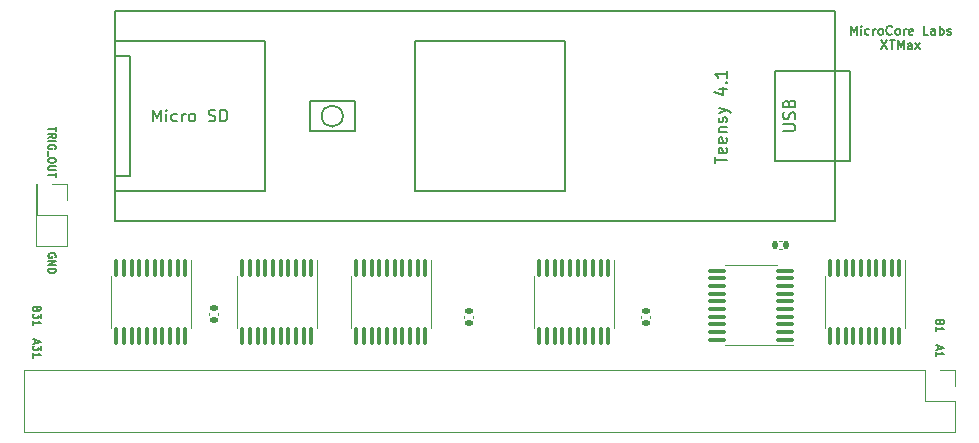
<source format=gto>
G04 #@! TF.GenerationSoftware,KiCad,Pcbnew,(6.0.5)*
G04 #@! TF.CreationDate,2024-08-24T22:28:27-07:00*
G04 #@! TF.ProjectId,XTMAX_PCB,58544d41-585f-4504-9342-2e6b69636164,rev?*
G04 #@! TF.SameCoordinates,Original*
G04 #@! TF.FileFunction,Legend,Top*
G04 #@! TF.FilePolarity,Positive*
%FSLAX46Y46*%
G04 Gerber Fmt 4.6, Leading zero omitted, Abs format (unit mm)*
G04 Created by KiCad (PCBNEW (6.0.5)) date 2024-08-24 22:28:27*
%MOMM*%
%LPD*%
G01*
G04 APERTURE LIST*
G04 Aperture macros list*
%AMRoundRect*
0 Rectangle with rounded corners*
0 $1 Rounding radius*
0 $2 $3 $4 $5 $6 $7 $8 $9 X,Y pos of 4 corners*
0 Add a 4 corners polygon primitive as box body*
4,1,4,$2,$3,$4,$5,$6,$7,$8,$9,$2,$3,0*
0 Add four circle primitives for the rounded corners*
1,1,$1+$1,$2,$3*
1,1,$1+$1,$4,$5*
1,1,$1+$1,$6,$7*
1,1,$1+$1,$8,$9*
0 Add four rect primitives between the rounded corners*
20,1,$1+$1,$2,$3,$4,$5,0*
20,1,$1+$1,$4,$5,$6,$7,0*
20,1,$1+$1,$6,$7,$8,$9,0*
20,1,$1+$1,$8,$9,$2,$3,0*%
G04 Aperture macros list end*
%ADD10C,0.127000*%
%ADD11C,0.150000*%
%ADD12C,0.120000*%
%ADD13C,0.010000*%
%ADD14R,1.700000X1.700000*%
%ADD15O,1.700000X1.700000*%
%ADD16RoundRect,0.100000X0.637500X0.100000X-0.637500X0.100000X-0.637500X-0.100000X0.637500X-0.100000X0*%
%ADD17RoundRect,0.140000X0.170000X-0.140000X0.170000X0.140000X-0.170000X0.140000X-0.170000X-0.140000X0*%
%ADD18RoundRect,0.100000X-0.100000X0.637500X-0.100000X-0.637500X0.100000X-0.637500X0.100000X0.637500X0*%
%ADD19R,1.780000X7.366000*%
%ADD20RoundRect,0.140000X-0.140000X-0.170000X0.140000X-0.170000X0.140000X0.170000X-0.140000X0.170000X0*%
%ADD21R,1.600000X1.600000*%
%ADD22C,1.600000*%
G04 APERTURE END LIST*
D10*
X166923357Y-94696642D02*
X166893119Y-94787357D01*
X166862880Y-94817595D01*
X166802404Y-94847833D01*
X166711690Y-94847833D01*
X166651214Y-94817595D01*
X166620976Y-94787357D01*
X166590738Y-94726880D01*
X166590738Y-94484976D01*
X167225738Y-94484976D01*
X167225738Y-94696642D01*
X167195500Y-94757119D01*
X167165261Y-94787357D01*
X167104785Y-94817595D01*
X167044309Y-94817595D01*
X166983833Y-94787357D01*
X166953595Y-94757119D01*
X166923357Y-94696642D01*
X166923357Y-94484976D01*
X166590738Y-95452595D02*
X166590738Y-95089738D01*
X166590738Y-95271166D02*
X167225738Y-95271166D01*
X167135023Y-95210690D01*
X167074547Y-95150214D01*
X167044309Y-95089738D01*
X166772166Y-96662119D02*
X166772166Y-96964500D01*
X166590738Y-96601642D02*
X167225738Y-96813309D01*
X166590738Y-97024976D01*
X166590738Y-97569261D02*
X166590738Y-97206404D01*
X166590738Y-97387833D02*
X167225738Y-97387833D01*
X167135023Y-97327357D01*
X167074547Y-97266880D01*
X167044309Y-97206404D01*
X90469357Y-93583880D02*
X90439119Y-93674595D01*
X90408880Y-93704833D01*
X90348404Y-93735071D01*
X90257690Y-93735071D01*
X90197214Y-93704833D01*
X90166976Y-93674595D01*
X90136738Y-93614119D01*
X90136738Y-93372214D01*
X90771738Y-93372214D01*
X90771738Y-93583880D01*
X90741500Y-93644357D01*
X90711261Y-93674595D01*
X90650785Y-93704833D01*
X90590309Y-93704833D01*
X90529833Y-93674595D01*
X90499595Y-93644357D01*
X90469357Y-93583880D01*
X90469357Y-93372214D01*
X90771738Y-93946738D02*
X90771738Y-94339833D01*
X90529833Y-94128166D01*
X90529833Y-94218880D01*
X90499595Y-94279357D01*
X90469357Y-94309595D01*
X90408880Y-94339833D01*
X90257690Y-94339833D01*
X90197214Y-94309595D01*
X90166976Y-94279357D01*
X90136738Y-94218880D01*
X90136738Y-94037452D01*
X90166976Y-93976976D01*
X90197214Y-93946738D01*
X90136738Y-94944595D02*
X90136738Y-94581738D01*
X90136738Y-94763166D02*
X90771738Y-94763166D01*
X90681023Y-94702690D01*
X90620547Y-94642214D01*
X90590309Y-94581738D01*
X90318166Y-96154119D02*
X90318166Y-96456500D01*
X90136738Y-96093642D02*
X90771738Y-96305309D01*
X90136738Y-96516976D01*
X90771738Y-96668166D02*
X90771738Y-97061261D01*
X90529833Y-96849595D01*
X90529833Y-96940309D01*
X90499595Y-97000785D01*
X90469357Y-97031023D01*
X90408880Y-97061261D01*
X90257690Y-97061261D01*
X90197214Y-97031023D01*
X90166976Y-97000785D01*
X90136738Y-96940309D01*
X90136738Y-96758880D01*
X90166976Y-96698404D01*
X90197214Y-96668166D01*
X90136738Y-97666023D02*
X90136738Y-97303166D01*
X90136738Y-97484595D02*
X90771738Y-97484595D01*
X90681023Y-97424119D01*
X90620547Y-97363642D01*
X90590309Y-97303166D01*
X92041738Y-78147333D02*
X92041738Y-78510190D01*
X91406738Y-78328761D02*
X92041738Y-78328761D01*
X91406738Y-79084714D02*
X91709119Y-78873047D01*
X91406738Y-78721857D02*
X92041738Y-78721857D01*
X92041738Y-78963761D01*
X92011500Y-79024238D01*
X91981261Y-79054476D01*
X91920785Y-79084714D01*
X91830071Y-79084714D01*
X91769595Y-79054476D01*
X91739357Y-79024238D01*
X91709119Y-78963761D01*
X91709119Y-78721857D01*
X91406738Y-79356857D02*
X92041738Y-79356857D01*
X92011500Y-79991857D02*
X92041738Y-79931380D01*
X92041738Y-79840666D01*
X92011500Y-79749952D01*
X91951023Y-79689476D01*
X91890547Y-79659238D01*
X91769595Y-79629000D01*
X91678880Y-79629000D01*
X91557928Y-79659238D01*
X91497452Y-79689476D01*
X91436976Y-79749952D01*
X91406738Y-79840666D01*
X91406738Y-79901142D01*
X91436976Y-79991857D01*
X91467214Y-80022095D01*
X91678880Y-80022095D01*
X91678880Y-79901142D01*
X91346261Y-80143047D02*
X91346261Y-80626857D01*
X92041738Y-80899000D02*
X92041738Y-81019952D01*
X92011500Y-81080428D01*
X91951023Y-81140904D01*
X91830071Y-81171142D01*
X91618404Y-81171142D01*
X91497452Y-81140904D01*
X91436976Y-81080428D01*
X91406738Y-81019952D01*
X91406738Y-80899000D01*
X91436976Y-80838523D01*
X91497452Y-80778047D01*
X91618404Y-80747809D01*
X91830071Y-80747809D01*
X91951023Y-80778047D01*
X92011500Y-80838523D01*
X92041738Y-80899000D01*
X92041738Y-81443285D02*
X91527690Y-81443285D01*
X91467214Y-81473523D01*
X91436976Y-81503761D01*
X91406738Y-81564238D01*
X91406738Y-81685190D01*
X91436976Y-81745666D01*
X91467214Y-81775904D01*
X91527690Y-81806142D01*
X92041738Y-81806142D01*
X92041738Y-82017809D02*
X92041738Y-82380666D01*
X91406738Y-82199238D02*
X92041738Y-82199238D01*
X92011500Y-89178190D02*
X92041738Y-89117714D01*
X92041738Y-89027000D01*
X92011500Y-88936285D01*
X91951023Y-88875809D01*
X91890547Y-88845571D01*
X91769595Y-88815333D01*
X91678880Y-88815333D01*
X91557928Y-88845571D01*
X91497452Y-88875809D01*
X91436976Y-88936285D01*
X91406738Y-89027000D01*
X91406738Y-89087476D01*
X91436976Y-89178190D01*
X91467214Y-89208428D01*
X91678880Y-89208428D01*
X91678880Y-89087476D01*
X91406738Y-89480571D02*
X92041738Y-89480571D01*
X91406738Y-89843428D01*
X92041738Y-89843428D01*
X91406738Y-90145809D02*
X92041738Y-90145809D01*
X92041738Y-90297000D01*
X92011500Y-90387714D01*
X91951023Y-90448190D01*
X91890547Y-90478428D01*
X91769595Y-90508666D01*
X91678880Y-90508666D01*
X91557928Y-90478428D01*
X91497452Y-90448190D01*
X91436976Y-90387714D01*
X91406738Y-90297000D01*
X91406738Y-90145809D01*
D11*
X159348714Y-70343304D02*
X159348714Y-69581304D01*
X159602714Y-70125590D01*
X159856714Y-69581304D01*
X159856714Y-70343304D01*
X160219571Y-70343304D02*
X160219571Y-69835304D01*
X160219571Y-69581304D02*
X160183285Y-69617590D01*
X160219571Y-69653875D01*
X160255857Y-69617590D01*
X160219571Y-69581304D01*
X160219571Y-69653875D01*
X160909000Y-70307018D02*
X160836428Y-70343304D01*
X160691285Y-70343304D01*
X160618714Y-70307018D01*
X160582428Y-70270732D01*
X160546142Y-70198161D01*
X160546142Y-69980447D01*
X160582428Y-69907875D01*
X160618714Y-69871590D01*
X160691285Y-69835304D01*
X160836428Y-69835304D01*
X160909000Y-69871590D01*
X161235571Y-70343304D02*
X161235571Y-69835304D01*
X161235571Y-69980447D02*
X161271857Y-69907875D01*
X161308142Y-69871590D01*
X161380714Y-69835304D01*
X161453285Y-69835304D01*
X161816142Y-70343304D02*
X161743571Y-70307018D01*
X161707285Y-70270732D01*
X161671000Y-70198161D01*
X161671000Y-69980447D01*
X161707285Y-69907875D01*
X161743571Y-69871590D01*
X161816142Y-69835304D01*
X161925000Y-69835304D01*
X161997571Y-69871590D01*
X162033857Y-69907875D01*
X162070142Y-69980447D01*
X162070142Y-70198161D01*
X162033857Y-70270732D01*
X161997571Y-70307018D01*
X161925000Y-70343304D01*
X161816142Y-70343304D01*
X162832142Y-70270732D02*
X162795857Y-70307018D01*
X162687000Y-70343304D01*
X162614428Y-70343304D01*
X162505571Y-70307018D01*
X162433000Y-70234447D01*
X162396714Y-70161875D01*
X162360428Y-70016732D01*
X162360428Y-69907875D01*
X162396714Y-69762732D01*
X162433000Y-69690161D01*
X162505571Y-69617590D01*
X162614428Y-69581304D01*
X162687000Y-69581304D01*
X162795857Y-69617590D01*
X162832142Y-69653875D01*
X163267571Y-70343304D02*
X163195000Y-70307018D01*
X163158714Y-70270732D01*
X163122428Y-70198161D01*
X163122428Y-69980447D01*
X163158714Y-69907875D01*
X163195000Y-69871590D01*
X163267571Y-69835304D01*
X163376428Y-69835304D01*
X163449000Y-69871590D01*
X163485285Y-69907875D01*
X163521571Y-69980447D01*
X163521571Y-70198161D01*
X163485285Y-70270732D01*
X163449000Y-70307018D01*
X163376428Y-70343304D01*
X163267571Y-70343304D01*
X163848142Y-70343304D02*
X163848142Y-69835304D01*
X163848142Y-69980447D02*
X163884428Y-69907875D01*
X163920714Y-69871590D01*
X163993285Y-69835304D01*
X164065857Y-69835304D01*
X164610142Y-70307018D02*
X164537571Y-70343304D01*
X164392428Y-70343304D01*
X164319857Y-70307018D01*
X164283571Y-70234447D01*
X164283571Y-69944161D01*
X164319857Y-69871590D01*
X164392428Y-69835304D01*
X164537571Y-69835304D01*
X164610142Y-69871590D01*
X164646428Y-69944161D01*
X164646428Y-70016732D01*
X164283571Y-70089304D01*
X165916428Y-70343304D02*
X165553571Y-70343304D01*
X165553571Y-69581304D01*
X166497000Y-70343304D02*
X166497000Y-69944161D01*
X166460714Y-69871590D01*
X166388142Y-69835304D01*
X166243000Y-69835304D01*
X166170428Y-69871590D01*
X166497000Y-70307018D02*
X166424428Y-70343304D01*
X166243000Y-70343304D01*
X166170428Y-70307018D01*
X166134142Y-70234447D01*
X166134142Y-70161875D01*
X166170428Y-70089304D01*
X166243000Y-70053018D01*
X166424428Y-70053018D01*
X166497000Y-70016732D01*
X166859857Y-70343304D02*
X166859857Y-69581304D01*
X166859857Y-69871590D02*
X166932428Y-69835304D01*
X167077571Y-69835304D01*
X167150142Y-69871590D01*
X167186428Y-69907875D01*
X167222714Y-69980447D01*
X167222714Y-70198161D01*
X167186428Y-70270732D01*
X167150142Y-70307018D01*
X167077571Y-70343304D01*
X166932428Y-70343304D01*
X166859857Y-70307018D01*
X167513000Y-70307018D02*
X167585571Y-70343304D01*
X167730714Y-70343304D01*
X167803285Y-70307018D01*
X167839571Y-70234447D01*
X167839571Y-70198161D01*
X167803285Y-70125590D01*
X167730714Y-70089304D01*
X167621857Y-70089304D01*
X167549285Y-70053018D01*
X167513000Y-69980447D01*
X167513000Y-69944161D01*
X167549285Y-69871590D01*
X167621857Y-69835304D01*
X167730714Y-69835304D01*
X167803285Y-69871590D01*
X161943142Y-70808124D02*
X162451142Y-71570124D01*
X162451142Y-70808124D02*
X161943142Y-71570124D01*
X162632571Y-70808124D02*
X163068000Y-70808124D01*
X162850285Y-71570124D02*
X162850285Y-70808124D01*
X163322000Y-71570124D02*
X163322000Y-70808124D01*
X163576000Y-71352410D01*
X163830000Y-70808124D01*
X163830000Y-71570124D01*
X164519428Y-71570124D02*
X164519428Y-71170981D01*
X164483142Y-71098410D01*
X164410571Y-71062124D01*
X164265428Y-71062124D01*
X164192857Y-71098410D01*
X164519428Y-71533838D02*
X164446857Y-71570124D01*
X164265428Y-71570124D01*
X164192857Y-71533838D01*
X164156571Y-71461267D01*
X164156571Y-71388695D01*
X164192857Y-71316124D01*
X164265428Y-71279838D01*
X164446857Y-71279838D01*
X164519428Y-71243552D01*
X164809714Y-71570124D02*
X165208857Y-71062124D01*
X164809714Y-71062124D02*
X165208857Y-71570124D01*
X153630380Y-78477904D02*
X154439904Y-78477904D01*
X154535142Y-78430285D01*
X154582761Y-78382666D01*
X154630380Y-78287428D01*
X154630380Y-78096952D01*
X154582761Y-78001714D01*
X154535142Y-77954095D01*
X154439904Y-77906476D01*
X153630380Y-77906476D01*
X154582761Y-77477904D02*
X154630380Y-77335047D01*
X154630380Y-77096952D01*
X154582761Y-77001714D01*
X154535142Y-76954095D01*
X154439904Y-76906476D01*
X154344666Y-76906476D01*
X154249428Y-76954095D01*
X154201809Y-77001714D01*
X154154190Y-77096952D01*
X154106571Y-77287428D01*
X154058952Y-77382666D01*
X154011333Y-77430285D01*
X153916095Y-77477904D01*
X153820857Y-77477904D01*
X153725619Y-77430285D01*
X153678000Y-77382666D01*
X153630380Y-77287428D01*
X153630380Y-77049333D01*
X153678000Y-76906476D01*
X154106571Y-76144571D02*
X154154190Y-76001714D01*
X154201809Y-75954095D01*
X154297047Y-75906476D01*
X154439904Y-75906476D01*
X154535142Y-75954095D01*
X154582761Y-76001714D01*
X154630380Y-76096952D01*
X154630380Y-76477904D01*
X153630380Y-76477904D01*
X153630380Y-76144571D01*
X153678000Y-76049333D01*
X153725619Y-76001714D01*
X153820857Y-75954095D01*
X153916095Y-75954095D01*
X154011333Y-76001714D01*
X154058952Y-76049333D01*
X154106571Y-76144571D01*
X154106571Y-76477904D01*
X100258952Y-77668380D02*
X100258952Y-76668380D01*
X100592285Y-77382666D01*
X100925619Y-76668380D01*
X100925619Y-77668380D01*
X101401809Y-77668380D02*
X101401809Y-77001714D01*
X101401809Y-76668380D02*
X101354190Y-76716000D01*
X101401809Y-76763619D01*
X101449428Y-76716000D01*
X101401809Y-76668380D01*
X101401809Y-76763619D01*
X102306571Y-77620761D02*
X102211333Y-77668380D01*
X102020857Y-77668380D01*
X101925619Y-77620761D01*
X101878000Y-77573142D01*
X101830380Y-77477904D01*
X101830380Y-77192190D01*
X101878000Y-77096952D01*
X101925619Y-77049333D01*
X102020857Y-77001714D01*
X102211333Y-77001714D01*
X102306571Y-77049333D01*
X102735142Y-77668380D02*
X102735142Y-77001714D01*
X102735142Y-77192190D02*
X102782761Y-77096952D01*
X102830380Y-77049333D01*
X102925619Y-77001714D01*
X103020857Y-77001714D01*
X103497047Y-77668380D02*
X103401809Y-77620761D01*
X103354190Y-77573142D01*
X103306571Y-77477904D01*
X103306571Y-77192190D01*
X103354190Y-77096952D01*
X103401809Y-77049333D01*
X103497047Y-77001714D01*
X103639904Y-77001714D01*
X103735142Y-77049333D01*
X103782761Y-77096952D01*
X103830380Y-77192190D01*
X103830380Y-77477904D01*
X103782761Y-77573142D01*
X103735142Y-77620761D01*
X103639904Y-77668380D01*
X103497047Y-77668380D01*
X104973238Y-77620761D02*
X105116095Y-77668380D01*
X105354190Y-77668380D01*
X105449428Y-77620761D01*
X105497047Y-77573142D01*
X105544666Y-77477904D01*
X105544666Y-77382666D01*
X105497047Y-77287428D01*
X105449428Y-77239809D01*
X105354190Y-77192190D01*
X105163714Y-77144571D01*
X105068476Y-77096952D01*
X105020857Y-77049333D01*
X104973238Y-76954095D01*
X104973238Y-76858857D01*
X105020857Y-76763619D01*
X105068476Y-76716000D01*
X105163714Y-76668380D01*
X105401809Y-76668380D01*
X105544666Y-76716000D01*
X105973238Y-77668380D02*
X105973238Y-76668380D01*
X106211333Y-76668380D01*
X106354190Y-76716000D01*
X106449428Y-76811238D01*
X106497047Y-76906476D01*
X106544666Y-77096952D01*
X106544666Y-77239809D01*
X106497047Y-77430285D01*
X106449428Y-77525523D01*
X106354190Y-77620761D01*
X106211333Y-77668380D01*
X105973238Y-77668380D01*
X147839180Y-81219180D02*
X147839180Y-80647752D01*
X148839180Y-80933466D02*
X147839180Y-80933466D01*
X148791561Y-79933466D02*
X148839180Y-80028704D01*
X148839180Y-80219180D01*
X148791561Y-80314419D01*
X148696323Y-80362038D01*
X148315371Y-80362038D01*
X148220133Y-80314419D01*
X148172514Y-80219180D01*
X148172514Y-80028704D01*
X148220133Y-79933466D01*
X148315371Y-79885847D01*
X148410609Y-79885847D01*
X148505847Y-80362038D01*
X148791561Y-79076323D02*
X148839180Y-79171561D01*
X148839180Y-79362038D01*
X148791561Y-79457276D01*
X148696323Y-79504895D01*
X148315371Y-79504895D01*
X148220133Y-79457276D01*
X148172514Y-79362038D01*
X148172514Y-79171561D01*
X148220133Y-79076323D01*
X148315371Y-79028704D01*
X148410609Y-79028704D01*
X148505847Y-79504895D01*
X148172514Y-78600133D02*
X148839180Y-78600133D01*
X148267752Y-78600133D02*
X148220133Y-78552514D01*
X148172514Y-78457276D01*
X148172514Y-78314419D01*
X148220133Y-78219180D01*
X148315371Y-78171561D01*
X148839180Y-78171561D01*
X148791561Y-77742990D02*
X148839180Y-77647752D01*
X148839180Y-77457276D01*
X148791561Y-77362038D01*
X148696323Y-77314419D01*
X148648704Y-77314419D01*
X148553466Y-77362038D01*
X148505847Y-77457276D01*
X148505847Y-77600133D01*
X148458228Y-77695371D01*
X148362990Y-77742990D01*
X148315371Y-77742990D01*
X148220133Y-77695371D01*
X148172514Y-77600133D01*
X148172514Y-77457276D01*
X148220133Y-77362038D01*
X148172514Y-76981085D02*
X148839180Y-76742990D01*
X148172514Y-76504895D02*
X148839180Y-76742990D01*
X149077276Y-76838228D01*
X149124895Y-76885847D01*
X149172514Y-76981085D01*
X148172514Y-74933466D02*
X148839180Y-74933466D01*
X147791561Y-75171561D02*
X148505847Y-75409657D01*
X148505847Y-74790609D01*
X148743942Y-74409657D02*
X148791561Y-74362038D01*
X148839180Y-74409657D01*
X148791561Y-74457276D01*
X148743942Y-74409657D01*
X148839180Y-74409657D01*
X148839180Y-73409657D02*
X148839180Y-73981085D01*
X148839180Y-73695371D02*
X147839180Y-73695371D01*
X147982038Y-73790609D01*
X148077276Y-73885847D01*
X148124895Y-73981085D01*
D12*
X93024000Y-88198000D02*
X90364000Y-88198000D01*
X90364000Y-82998000D02*
X90364000Y-88198000D01*
X90424000Y-82998000D02*
X90364000Y-82998000D01*
X90424000Y-85598000D02*
X93024000Y-85598000D01*
X91694000Y-82998000D02*
X93024000Y-82998000D01*
X90424000Y-82998000D02*
X90424000Y-85598000D01*
X93024000Y-85598000D02*
X93024000Y-88198000D01*
X93024000Y-82998000D02*
X93024000Y-84328000D01*
X166878000Y-98740996D02*
X168208000Y-98740996D01*
X165608000Y-98740996D02*
X165608000Y-101340996D01*
X168208000Y-103940996D02*
X89348000Y-103940996D01*
X165608000Y-101340996D02*
X168208000Y-101340996D01*
X89348000Y-98740996D02*
X89348000Y-103940996D01*
X165608000Y-98740996D02*
X89348000Y-98740996D01*
X168208000Y-101340996D02*
X168208000Y-103940996D01*
X168208000Y-98740996D02*
X168208000Y-100070996D01*
X150876000Y-96603000D02*
X154476000Y-96603000D01*
X150876000Y-89833000D02*
X148676000Y-89833000D01*
X150876000Y-89833000D02*
X153076000Y-89833000D01*
X150876000Y-96603000D02*
X148676000Y-96603000D01*
X142346000Y-94341836D02*
X142346000Y-94126164D01*
X141626000Y-94341836D02*
X141626000Y-94126164D01*
X157143000Y-92964000D02*
X157143000Y-95164000D01*
X163913000Y-92964000D02*
X163913000Y-89364000D01*
X157143000Y-92964000D02*
X157143000Y-90764000D01*
X163913000Y-92964000D02*
X163913000Y-95164000D01*
X96691000Y-92964000D02*
X96691000Y-90764000D01*
X96691000Y-92964000D02*
X96691000Y-95164000D01*
X103461000Y-92964000D02*
X103461000Y-95164000D01*
X103461000Y-92964000D02*
X103461000Y-89364000D01*
X117011000Y-92964000D02*
X117011000Y-95164000D01*
X117011000Y-92964000D02*
X117011000Y-90764000D01*
X123781000Y-92964000D02*
X123781000Y-95164000D01*
X123781000Y-92964000D02*
X123781000Y-89364000D01*
X153308164Y-88498000D02*
X153523836Y-88498000D01*
X153308164Y-87778000D02*
X153523836Y-87778000D01*
X127360000Y-94341836D02*
X127360000Y-94126164D01*
X126640000Y-94341836D02*
X126640000Y-94126164D01*
X105050000Y-94087836D02*
X105050000Y-93872164D01*
X105770000Y-94087836D02*
X105770000Y-93872164D01*
D11*
X97028000Y-83566000D02*
X109728000Y-83566000D01*
X109728000Y-70866000D02*
X97028000Y-70866000D01*
X152908000Y-73406000D02*
X157988000Y-73406000D01*
X113538000Y-78486000D02*
X113538000Y-75946000D01*
X159258000Y-81026000D02*
X157988000Y-81026000D01*
X117348000Y-78486000D02*
X113538000Y-78486000D01*
X152908000Y-81026000D02*
X157988000Y-81026000D01*
X157988000Y-68326000D02*
X157988000Y-86106000D01*
X97028000Y-86106000D02*
X97028000Y-68326000D01*
X117348000Y-75946000D02*
X117348000Y-78486000D01*
X157988000Y-86106000D02*
X97028000Y-86106000D01*
X159258000Y-73406000D02*
X159258000Y-81026000D01*
X97028000Y-82296000D02*
X98298000Y-82296000D01*
X152908000Y-73406000D02*
X152908000Y-81026000D01*
X98298000Y-72136000D02*
X97028000Y-72136000D01*
X109728000Y-83566000D02*
X109728000Y-70866000D01*
X113538000Y-75946000D02*
X117348000Y-75946000D01*
X135128000Y-83566000D02*
X135128000Y-70866000D01*
X135128000Y-70866000D02*
X122428000Y-70866000D01*
X97028000Y-68326000D02*
X157988000Y-68326000D01*
X122428000Y-83566000D02*
X135128000Y-83566000D01*
X98298000Y-82296000D02*
X98298000Y-72136000D01*
X157988000Y-73406000D02*
X159258000Y-73406000D01*
X122428000Y-70866000D02*
X122428000Y-83566000D01*
X116341026Y-77216000D02*
G75*
G03*
X116341026Y-77216000I-898026J0D01*
G01*
D12*
X107359000Y-92964000D02*
X107359000Y-95164000D01*
X114129000Y-92964000D02*
X114129000Y-95164000D01*
X114129000Y-92964000D02*
X114129000Y-89364000D01*
X107359000Y-92964000D02*
X107359000Y-90764000D01*
X132505000Y-92964000D02*
X132505000Y-90764000D01*
X139275000Y-92964000D02*
X139275000Y-89364000D01*
X132505000Y-92964000D02*
X132505000Y-95164000D01*
X139275000Y-92964000D02*
X139275000Y-95164000D01*
%LPC*%
X88265000Y-113284000D02*
X88265000Y-105664000D01*
G36*
X169291000Y-113284000D02*
G01*
X88265000Y-113284000D01*
X88265000Y-105664000D01*
X169291000Y-105664000D01*
X169291000Y-113284000D01*
G37*
D13*
X169291000Y-113284000D02*
X88265000Y-113284000D01*
X88265000Y-105664000D01*
X169291000Y-105664000D01*
X169291000Y-113284000D01*
D14*
X91694000Y-84328000D03*
D15*
X91694000Y-86868000D03*
D14*
X166878000Y-100070996D03*
D15*
X166878000Y-102610996D03*
X164338000Y-100070996D03*
X164338000Y-102610996D03*
X161798000Y-100070996D03*
X161798000Y-102610996D03*
X159258000Y-100070996D03*
X159258000Y-102610996D03*
X156718000Y-100070996D03*
X156718000Y-102610996D03*
X154178000Y-100070996D03*
X154178000Y-102610996D03*
X151638000Y-100070996D03*
X151638000Y-102610996D03*
X149098000Y-100070996D03*
X149098000Y-102610996D03*
X146558000Y-100070996D03*
X146558000Y-102610996D03*
X144018000Y-100070996D03*
X144018000Y-102610996D03*
X141478000Y-100070996D03*
X141478000Y-102610996D03*
X138938000Y-100070996D03*
X138938000Y-102610996D03*
X136398000Y-100070996D03*
X136398000Y-102610996D03*
X133858000Y-100070996D03*
X133858000Y-102610996D03*
X131318000Y-100070996D03*
X131318000Y-102610996D03*
X128778000Y-100070996D03*
X128778000Y-102610996D03*
X126238000Y-100070996D03*
X126238000Y-102610996D03*
X123698000Y-100070996D03*
X123698000Y-102610996D03*
X121158000Y-100070996D03*
X121158000Y-102610996D03*
X118618000Y-100070996D03*
X118618000Y-102610996D03*
X116078000Y-100070996D03*
X116078000Y-102610996D03*
X113538000Y-100070996D03*
X113538000Y-102610996D03*
X110998000Y-100070996D03*
X110998000Y-102610996D03*
X108458000Y-100070996D03*
X108458000Y-102610996D03*
X105918000Y-100070996D03*
X105918000Y-102610996D03*
X103378000Y-100070996D03*
X103378000Y-102610996D03*
X100838000Y-100070996D03*
X100838000Y-102610996D03*
X98298000Y-100070996D03*
X98298000Y-102610996D03*
X95758000Y-100070996D03*
X95758000Y-102610996D03*
X93218000Y-100070996D03*
X93218000Y-102610996D03*
X90678000Y-100070996D03*
X90678000Y-102610996D03*
D16*
X153738500Y-96143000D03*
X153738500Y-95493000D03*
X153738500Y-94843000D03*
X153738500Y-94193000D03*
X153738500Y-93543000D03*
X153738500Y-92893000D03*
X153738500Y-92243000D03*
X153738500Y-91593000D03*
X153738500Y-90943000D03*
X153738500Y-90293000D03*
X148013500Y-90293000D03*
X148013500Y-90943000D03*
X148013500Y-91593000D03*
X148013500Y-92243000D03*
X148013500Y-92893000D03*
X148013500Y-93543000D03*
X148013500Y-94193000D03*
X148013500Y-94843000D03*
X148013500Y-95493000D03*
X148013500Y-96143000D03*
D17*
X141986000Y-94714000D03*
X141986000Y-93754000D03*
D18*
X163453000Y-90101500D03*
X162803000Y-90101500D03*
X162153000Y-90101500D03*
X161503000Y-90101500D03*
X160853000Y-90101500D03*
X160203000Y-90101500D03*
X159553000Y-90101500D03*
X158903000Y-90101500D03*
X158253000Y-90101500D03*
X157603000Y-90101500D03*
X157603000Y-95826500D03*
X158253000Y-95826500D03*
X158903000Y-95826500D03*
X159553000Y-95826500D03*
X160203000Y-95826500D03*
X160853000Y-95826500D03*
X161503000Y-95826500D03*
X162153000Y-95826500D03*
X162803000Y-95826500D03*
X163453000Y-95826500D03*
X103001000Y-90101500D03*
X102351000Y-90101500D03*
X101701000Y-90101500D03*
X101051000Y-90101500D03*
X100401000Y-90101500D03*
X99751000Y-90101500D03*
X99101000Y-90101500D03*
X98451000Y-90101500D03*
X97801000Y-90101500D03*
X97151000Y-90101500D03*
X97151000Y-95826500D03*
X97801000Y-95826500D03*
X98451000Y-95826500D03*
X99101000Y-95826500D03*
X99751000Y-95826500D03*
X100401000Y-95826500D03*
X101051000Y-95826500D03*
X101701000Y-95826500D03*
X102351000Y-95826500D03*
X103001000Y-95826500D03*
X123321000Y-90101500D03*
X122671000Y-90101500D03*
X122021000Y-90101500D03*
X121371000Y-90101500D03*
X120721000Y-90101500D03*
X120071000Y-90101500D03*
X119421000Y-90101500D03*
X118771000Y-90101500D03*
X118121000Y-90101500D03*
X117471000Y-90101500D03*
X117471000Y-95826500D03*
X118121000Y-95826500D03*
X118771000Y-95826500D03*
X119421000Y-95826500D03*
X120071000Y-95826500D03*
X120721000Y-95826500D03*
X121371000Y-95826500D03*
X122021000Y-95826500D03*
X122671000Y-95826500D03*
X123321000Y-95826500D03*
D19*
X166878000Y-109347000D03*
X164338000Y-109347000D03*
X161798000Y-109347000D03*
X159258000Y-109347000D03*
X156718000Y-109347000D03*
X154178000Y-109347000D03*
X151638000Y-109347000D03*
X149098000Y-109347000D03*
X146558000Y-109347000D03*
X144018000Y-109347000D03*
X141478000Y-109347000D03*
X138938000Y-109347000D03*
X136398000Y-109347000D03*
X133858000Y-109347000D03*
X131318000Y-109347000D03*
X128778000Y-109347000D03*
X126238000Y-109347000D03*
X123698000Y-109347000D03*
X121158000Y-109347000D03*
X118618000Y-109347000D03*
X116078000Y-109347000D03*
X113538000Y-109347000D03*
X110998000Y-109347000D03*
X108458000Y-109347000D03*
X105918000Y-109347000D03*
X103378000Y-109347000D03*
X100838000Y-109347000D03*
X98298000Y-109347000D03*
X95758000Y-109347000D03*
X93218000Y-109347000D03*
X90678000Y-109347000D03*
D20*
X152936000Y-88138000D03*
X153896000Y-88138000D03*
D17*
X127000000Y-94714000D03*
X127000000Y-93754000D03*
X105410000Y-94460000D03*
X105410000Y-93500000D03*
D21*
X156718000Y-69596000D03*
D22*
X154178000Y-69596000D03*
X151638000Y-69596000D03*
X149098000Y-69596000D03*
X146558000Y-69596000D03*
X144018000Y-69596000D03*
X141478000Y-69596000D03*
X138938000Y-69596000D03*
X136398000Y-69596000D03*
X133858000Y-69596000D03*
X131318000Y-69596000D03*
X128778000Y-69596000D03*
X126238000Y-69596000D03*
X123698000Y-69596000D03*
X121158000Y-69596000D03*
X118618000Y-69596000D03*
X116078000Y-69596000D03*
X113538000Y-69596000D03*
X110998000Y-69596000D03*
X108458000Y-69596000D03*
X105918000Y-69596000D03*
X103378000Y-69596000D03*
X100838000Y-69596000D03*
X98298000Y-69596000D03*
X98298000Y-84836000D03*
X100838000Y-84836000D03*
X103378000Y-84836000D03*
X105918000Y-84836000D03*
X108458000Y-84836000D03*
X110998000Y-84836000D03*
X113538000Y-84836000D03*
X116078000Y-84836000D03*
X118618000Y-84836000D03*
X121158000Y-84836000D03*
X123698000Y-84836000D03*
X126238000Y-84836000D03*
X128778000Y-84836000D03*
X131318000Y-84836000D03*
X133858000Y-84836000D03*
X136398000Y-84836000D03*
X138938000Y-84836000D03*
X141478000Y-84836000D03*
X144018000Y-84836000D03*
X146558000Y-84836000D03*
X149098000Y-84836000D03*
X151638000Y-84836000D03*
X154178000Y-84836000D03*
X156718000Y-84836000D03*
D18*
X113669000Y-90101500D03*
X113019000Y-90101500D03*
X112369000Y-90101500D03*
X111719000Y-90101500D03*
X111069000Y-90101500D03*
X110419000Y-90101500D03*
X109769000Y-90101500D03*
X109119000Y-90101500D03*
X108469000Y-90101500D03*
X107819000Y-90101500D03*
X107819000Y-95826500D03*
X108469000Y-95826500D03*
X109119000Y-95826500D03*
X109769000Y-95826500D03*
X110419000Y-95826500D03*
X111069000Y-95826500D03*
X111719000Y-95826500D03*
X112369000Y-95826500D03*
X113019000Y-95826500D03*
X113669000Y-95826500D03*
X138815000Y-90101500D03*
X138165000Y-90101500D03*
X137515000Y-90101500D03*
X136865000Y-90101500D03*
X136215000Y-90101500D03*
X135565000Y-90101500D03*
X134915000Y-90101500D03*
X134265000Y-90101500D03*
X133615000Y-90101500D03*
X132965000Y-90101500D03*
X132965000Y-95826500D03*
X133615000Y-95826500D03*
X134265000Y-95826500D03*
X134915000Y-95826500D03*
X135565000Y-95826500D03*
X136215000Y-95826500D03*
X136865000Y-95826500D03*
X137515000Y-95826500D03*
X138165000Y-95826500D03*
X138815000Y-95826500D03*
M02*

</source>
